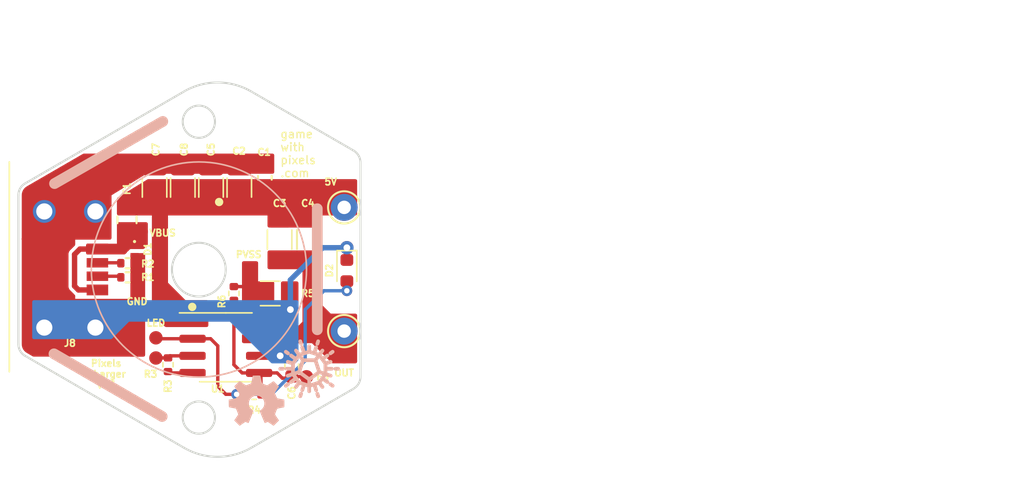
<source format=kicad_pcb>
(kicad_pcb (version 20211014) (generator pcbnew)
  (layers (0 "F.Cu" signal) (31 "B.Cu" signal) (34 "B.Paste" user) (35 "F.Paste" user) (36 "B.SilkS" user "B.Silkscreen") (37 "F.SilkS" user "F.Silkscreen") (38 "B.Mask" user) (39 "F.Mask" user) (44 "Edge.Cuts" user))
  (net 0 "")
  (net 1 "GND")
  (net 2 "VBUS")
  (net 3 "Net-(J8-PadA5)")
  (net 4 "Net-(J8-PadB5)")
  (net 5 "Net-(C3-Pad1)")
  (net 6 "+5V")
  (net 7 "Net-(C6-Pad2)")
  (net 8 "Net-(D2-Pad2)")
  (net 9 "Net-(R3-Pad1)")
  (net 10 "Net-(R3-Pad2)")
  (net 11 "GNDPWR")
  (footprint "Pixels-dice:USB-C-SMD_10P-P1.00-L6.8-W8.9" (layer "F.Cu") (at 140.3 101.52 180)
    (fp_text reference "J8" (at 0 -5.48) (layer "F.SilkS") (effects (font (size 0.5 0.5) (thickness 0.12))))
    (fp_text value "USB_C_Receptacle_USB2.0")
    (pad "A5" smd rect (at -2.05 0.5 270) (size 0.7 1.6) (layers "F.Cu" "F.Paste" "F.Mask") (net 3 "Net-(J8-PadA5)"))
    (pad "A9" smd rect (at -2.05 -1.52 270) (size 0.8 1.6) (layers "F.Cu" "F.Paste" "F.Mask") (net 2 "VBUS"))
    (pad "A12" smd rect (at -2.05 -2.75 270) (size 0.9 1.6) (layers "F.Cu" "F.Paste" "F.Mask") (net 1 "GND"))
    (pad "B5" smd rect (at -2.05 -0.5 270) (size 0.7 1.6) (layers "F.Cu" "F.Paste" "F.Mask") (net 4 "Net-(J8-PadB5)"))
    (pad "B9" smd rect (at -2.05 1.52 270) (size 0.8 1.6) (layers "F.Cu" "F.Paste" "F.Mask") (net 2 "VBUS"))
    (pad "B12" smd rect (at -2.05 2.75 270) (size 0.9 1.6) (layers "F.Cu" "F.Paste" "F.Mask") (net 1 "GND"))
    (pad "S1" thru_hole circle (at -1.9 4.32 180) (size 1.7 1.7) (drill 1.2) (layers *.Cu *.Mask) (net 1 "GND"))
    (pad "S1" thru_hole circle (at -1.9 -4.32 180) (size 1.7 1.7) (drill 1.2) (layers *.Cu *.Mask) (net 1 "GND"))
    (pad "S1" thru_hole circle (at 1.9 4.32 180) (size 1.7 1.7) (drill 1.2) (layers *.Cu *.Mask) (net 1 "GND"))
    (pad "S1" thru_hole circle (at 1.9 -4.32 180) (size 1.7 1.7) (drill 1.2) (layers *.Cu *.Mask) (net 1 "GND"))
  )
  (footprint "Resistor_SMD:R_0402_1005Metric" (layer "F.Cu") (at 144.6 101.05 180)
    (fp_text reference "R2" (at -1.5 -0.05 unlocked) (layer "F.SilkS") (effects (font (size 0.5 0.5) (thickness 0.12))))
    (fp_text value "5.1k 1%")
    (pad "1" smd roundrect locked (at -0.51 0 180) (size 0.54 0.64) (layers "F.Cu" "F.Paste" "F.Mask") (net 1 "GND"))
    (pad "2" smd roundrect locked (at 0.51 0 180) (size 0.54 0.64) (layers "F.Cu" "F.Paste" "F.Mask") (net 3 "Net-(J8-PadA5)"))
  )
  (footprint "TestPoint:TestPoint_THTPad_D2.0mm_Drill1.0mm" (layer "F.Cu") (at 160.7 96.9)
    (fp_text reference "J6" hide)
    (fp_text value "Coil B")
    (pad "1" thru_hole circle locked (at 0 0) (size 2 2) (drill 1) (layers *.Cu *.Mask) (net 6 "+5V"))
  )
  (footprint "TestPoint:TestPoint_THTPad_D2.0mm_Drill1.0mm" (layer "F.Cu") (at 160.7 106.1)
    (fp_text reference "J9" hide)
    (fp_text value "Coil A")
    (pad "1" thru_hole circle locked (at 0 0) (size 2 2) (drill 1) (layers *.Cu *.Mask) (net 5 "Net-(C3-Pad1)"))
  )
  (footprint "Capacitor_SMD:C_1206_3216Metric" (layer "F.Cu") (at 158.1 99.3 90)
    (fp_text reference "C4" (at 2.7 -0.1 180) (layer "F.SilkS") (effects (font (size 0.5 0.5) (thickness 0.12))))
    (fp_text value "56nF 50V NP0")
    (pad "1" smd roundrect (at -1.475 0 90) (size 1.15 1.8) (layers "F.Cu" "F.Paste" "F.Mask") (roundrect_rratio 0.2173913043) (net 5 "Net-(C3-Pad1)"))
    (pad "2" smd roundrect (at 1.475 0 90) (size 1.15 1.8) (layers "F.Cu" "F.Paste" "F.Mask") (roundrect_rratio 0.2173913043) (net 6 "+5V"))
  )
  (footprint "Capacitor_SMD:C_0603_1608Metric" (layer "F.Cu") (at 154.8 94.7 90)
    (fp_text reference "C1" (at 1.9 -0.05 unlocked) (layer "F.SilkS") (effects (font (size 0.5 0.5) (thickness 0.12))))
    (fp_text value "0.1uF 16V")
    (pad "1" smd roundrect (at -0.775 0 90) (size 0.9 0.95) (layers "F.Cu" "F.Paste" "F.Mask") (net 6 "+5V"))
    (pad "2" smd roundrect (at 0.775 0 90) (size 0.9 0.95) (layers "F.Cu" "F.Paste" "F.Mask") (net 1 "GND"))
  )
  (footprint "Capacitor_SMD:C_1206_3216Metric" (layer "F.Cu") (at 152.9 95.425 90)
    (fp_text reference "C2" (at 2.71 -0.02 unlocked) (layer "F.SilkS") (effects (font (size 0.5 0.5) (thickness 0.12))))
    (fp_text value "100uF 10V 20% X5R")
    (pad "1" smd roundrect (at -1.475 0 90) (size 1.15 1.8) (layers "F.Cu" "F.Paste" "F.Mask") (roundrect_rratio 0.2173913043) (net 6 "+5V"))
    (pad "2" smd roundrect (at 1.475 0 90) (size 1.15 1.8) (layers "F.Cu" "F.Paste" "F.Mask") (roundrect_rratio 0.2173913043) (net 1 "GND"))
  )
  (footprint "Resistor_SMD:R_0402_1005Metric" (layer "F.Cu") (at 154 110.8 180)
    (fp_text reference "R4" (at 0 -1.17) (layer "F.SilkS") (effects (font (size 0.5 0.5) (thickness 0.12))))
    (fp_text value "100k 5%")
    (pad "1" smd roundrect (at -0.51 0 180) (size 0.54 0.64) (layers "F.Cu" "F.Paste" "F.Mask") (net 7 "Net-(C6-Pad2)"))
    (pad "2" smd roundrect (at 0.51 0 180) (size 0.54 0.64) (layers "F.Cu" "F.Paste" "F.Mask") (net 8 "Net-(D2-Pad2)"))
  )
  (footprint "Resistor_SMD:R_1206_3216Metric" (layer "F.Cu") (at 155.2 103.3 180)
    (fp_text reference "R5" (at -2.8 0) (layer "F.SilkS") (effects (font (size 0.5 0.5) (thickness 0.12))))
    (fp_text value "0.3R")
    (pad "1" smd roundrect (at -1.4625 0 180) (size 1.125 1.75) (layers "F.Cu" "F.Paste" "F.Mask") (roundrect_rratio 0.2222222222) (net 1 "GND"))
    (pad "2" smd roundrect (at 1.4625 0 180) (size 1.125 1.75) (layers "F.Cu" "F.Paste" "F.Mask") (roundrect_rratio 0.2222222222) (net 11 "GNDPWR"))
  )
  (footprint "Resistor_SMD:R_0402_1005Metric" (layer "F.Cu") (at 144.6 102.1 180)
    (fp_text reference "R1" (at -1.5 0 unlocked) (layer "F.SilkS") (effects (font (size 0.5 0.5) (thickness 0.12))))
    (fp_text value "5.1k 1%")
    (pad "1" smd roundrect locked (at -0.51 0 180) (size 0.54 0.64) (layers "F.Cu" "F.Paste" "F.Mask") (net 1 "GND"))
    (pad "2" smd roundrect locked (at 0.51 0 180) (size 0.54 0.64) (layers "F.Cu" "F.Paste" "F.Mask") (net 4 "Net-(J8-PadB5)"))
  )
  (footprint "Pixels-dice:TEST_PIN" (layer "F.Cu") (at 145.6 98.7)
    (fp_text reference "W9" hide)
    (fp_text value "VBUS" (at 1.6 0.1) (layer "F.SilkS") (effects (font (size 0.5 0.5) (thickness 0.12))))
    (pad "1" smd circle locked (at 0 0) (size 1 1) (layers "F.Cu" "F.Mask") (net 2 "VBUS"))
  )
  (footprint "Pixels-dice:TEST_PIN" (layer "F.Cu") (at 146.7 108.1)
    (fp_text reference "W2" hide)
    (fp_text value "R3" (at -0.4 1.2) (layer "F.SilkS") (effects (font (size 0.5 0.5) (thickness 0.12))))
    (pad "1" smd circle (at 0 0) (size 1 1) (layers "F.Cu" "F.Mask") (net 10 "Net-(R3-Pad2)"))
  )
  (footprint "Pixels-dice:TEST_PIN" (layer "F.Cu") (at 157.9 109.5)
    (fp_text reference "W4" hide)
    (fp_text value "FB" (at 1.2 0) (layer "F.SilkS") (effects (font (size 0.5 0.5) (thickness 0.12))))
    (pad "1" smd circle (at 0 0) (size 1 1) (layers "F.Cu" "F.Mask") (net 7 "Net-(C6-Pad2)"))
  )
  (footprint "Resistor_SMD:R_0402_1005Metric" (layer "F.Cu") (at 147.6 108.6 90)
    (fp_text reference "R3" (at -1.6 0 90) (layer "F.SilkS") (effects (font (size 0.5 0.5) (thickness 0.12))))
    (fp_text value "220k 1%")
    (pad "1" smd roundrect (at -0.51 0 90) (size 0.54 0.64) (layers "F.Cu" "F.Paste" "F.Mask") (net 9 "Net-(R3-Pad1)"))
    (pad "2" smd roundrect (at 0.51 0 90) (size 0.54 0.64) (layers "F.Cu" "F.Paste" "F.Mask") (net 10 "Net-(R3-Pad2)"))
  )
  (footprint "Pixels-dice:DFN" (layer "F.Cu") (at 145.11 100.14 -90)
    (fp_text reference "D1" (at -0.14 -0.99 90) (layer "F.SilkS") (effects (font (size 0.5 0.5) (thickness 0.12))))
    (fp_text value "D_TVS")
    (pad "1" smd rect (at -0.325 0 270) (size 0.35 0.6) (layers "F.Cu" "F.Paste" "F.Mask") (net 2 "VBUS"))
    (pad "2" smd rect (at 0.325 0 270) (size 0.35 0.6) (layers "F.Cu" "F.Paste" "F.Mask") (net 1 "GND"))
  )
  (footprint "Pixels-dice:TEST_PIN" (layer "F.Cu") (at 160.7 108)
    (fp_text reference "W6" hide)
    (fp_text value "OUT" (at 0 1.2) (layer "F.SilkS") (effects (font (size 0.5 0.5) (thickness 0.12))))
    (pad "1" smd circle (at 0 0) (size 1 1) (layers "F.Cu" "F.Mask") (net 5 "Net-(C3-Pad1)"))
  )
  (footprint "Pixels-dice:SOIC-8_3.9x4.9mm_P1.27mm" (layer "F.Cu") (at 151.9 107.305 -90)
    (fp_text reference "U1" (at 3.095 0.6) (layer "F.SilkS") (effects (font (size 0.5 0.5) (thickness 0.12))))
    (fp_text value "XKT520")
    (pad "1" smd roundrect (at -1.905 2.475) (size 1.95 0.6) (layers "F.Cu" "F.Paste" "F.Mask") (net 6 "+5V"))
    (pad "2" smd roundrect (at -0.635 2.475) (size 1.95 0.6) (layers "F.Cu" "F.Paste" "F.Mask") (net 8 "Net-(D2-Pad2)"))
    (pad "3" smd roundrect (at 0.635 2.475) (size 1.95 0.6) (layers "F.Cu" "F.Paste" "F.Mask") (net 10 "Net-(R3-Pad2)"))
    (pad "4" smd roundrect (at 1.905 2.475) (size 1.95 0.6) (layers "F.Cu" "F.Paste" "F.Mask") (net 9 "Net-(R3-Pad1)"))
    (pad "5" smd roundrect (at 1.905 -2.475) (size 1.95 0.6) (layers "F.Cu" "F.Paste" "F.Mask") (net 7 "Net-(C6-Pad2)"))
    (pad "6" smd roundrect (at 0.635 -2.475) (size 1.95 0.6) (layers "F.Cu" "F.Paste" "F.Mask") (net 1 "GND"))
    (pad "7" smd roundrect (at -0.635 -2.475) (size 1.95 0.6) (layers "F.Cu" "F.Paste" "F.Mask") (net 5 "Net-(C3-Pad1)"))
    (pad "8" smd roundrect (at -1.905 -2.475) (size 1.95 0.6) (layers "F.Cu" "F.Paste" "F.Mask") (net 11 "GNDPWR"))
  )
  (footprint "LED_SMD:LED_0603_1608Metric" (layer "F.Cu") (at 160.9 101.6 -90)
    (fp_text reference "D2" (at 0 1.3 90) (layer "F.SilkS") (effects (font (size 0.5 0.5) (thickness 0.12))))
    (fp_text value "LED")
    (pad "1" smd roundrect (at -0.7875 0 270) (size 0.875 0.95) (layers "F.Cu" "F.Paste" "F.Mask") (net 1 "GND"))
    (pad "2" smd roundrect (at 0.7875 0 270) (size 0.875 0.95) (layers "F.Cu" "F.Paste" "F.Mask") (net 8 "Net-(D2-Pad2)"))
  )
  (footprint "Pixels-dice:TEST_PIN" (layer "F.Cu") (at 153.7 101.65)
    (fp_text reference "W7" hide)
    (fp_text value "PVSS" (at -0.1 -1.25) (layer "F.SilkS") (effects (font (size 0.5 0.5) (thickness 0.12))))
    (pad "1" smd circle (at 0 0) (size 1 1) (layers "F.Cu" "F.Mask") (net 11 "GNDPWR"))
  )
  (footprint "Capacitor_SMD:C_0603_1608Metric" (layer "F.Cu") (at 156.8 108.7 -90)
    (fp_text reference "C6" (at 2 0 90) (layer "F.SilkS") (effects (font (size 0.5 0.5) (thickness 0.12))))
    (fp_text value "0.1uF 16V")
    (pad "1" smd roundrect (at -0.775 0 270) (size 0.9 0.95) (layers "F.Cu" "F.Paste" "F.Mask") (net 1 "GND"))
    (pad "2" smd roundrect (at 0.775 0 270) (size 0.9 0.95) (layers "F.Cu" "F.Paste" "F.Mask") (net 7 "Net-(C6-Pad2)"))
  )
  (footprint "Pixels-dice:TEST_PIN" (layer "F.Cu") (at 145.25 104.95)
    (fp_text reference "W5" hide)
    (fp_text value "GND" (at 0.05 -1.05) (layer "F.SilkS") (effects (font (size 0.5 0.5) (thickness 0.12))))
    (pad "1" smd circle locked (at 0 0) (size 1 1) (layers "F.Cu" "F.Mask") (net 1 "GND"))
  )
  (footprint "Capacitor_SMD:C_1206_3216Metric" (layer "F.Cu") (at 148.7 95.425 90)
    (fp_text reference "C8" (at 2.825 0.1 90) (layer "F.SilkS") (effects (font (size 0.5 0.5) (thickness 0.12))))
    (fp_text value "100uF 10V 20% X5R")
    (pad "1" smd roundrect (at -1.475 0 90) (size 1.15 1.8) (layers "F.Cu" "F.Paste" "F.Mask") (roundrect_rratio 0.2173913043) (net 6 "+5V"))
    (pad "2" smd roundrect (at 1.475 0 90) (size 1.15 1.8) (layers "F.Cu" "F.Paste" "F.Mask") (roundrect_rratio 0.2173913043) (net 1 "GND"))
  )
  (footprint "Capacitor_SMD:C_1206_3216Metric" (layer "F.Cu") (at 146.6 95.425 90)
    (fp_text reference "C7" (at 2.825 0.1 90) (layer "F.SilkS") (effects (font (size 0.5 0.5) (thickness 0.12))))
    (fp_text value "100uF 10V 20% X5R")
    (pad "1" smd roundrect (at -1.475 0 90) (size 1.15 1.8) (layers "F.Cu" "F.Paste" "F.Mask") (roundrect_rratio 0.2173913043) (net 6 "+5V"))
    (pad "2" smd roundrect (at 1.475 0 90) (size 1.15 1.8) (layers "F.Cu" "F.Paste" "F.Mask") (roundrect_rratio 0.2173913043) (net 1 "GND"))
  )
  (footprint "Fuse:Fuse_0805_2012Metric" (layer "F.Cu") (at 144.55 97.82 90)
    (fp_text reference "F1" (at 2.3 0 90) (layer "F.SilkS") (effects (font (size 0.5 0.5) (thickness 0.12))))
    (fp_text value "250mA 150mR")
    (pad "1" smd roundrect (at -0.9375 0 90) (size 0.975 1.4) (layers "F.Cu" "F.Paste" "F.Mask") (net 2 "VBUS"))
    (pad "2" smd roundrect (at 0.9375 0 90) (size 0.975 1.4) (layers "F.Cu" "F.Paste" "F.Mask") (net 6 "+5V"))
  )
  (footprint "Pixels-dice:TEST_PIN" (layer "F.Cu") (at 158.6 95.5)
    (fp_text reference "W1" hide)
    (fp_text value "5V" (at 1.1 -0.5) (layer "F.SilkS") (effects (font (size 0.5 0.5) (thickness 0.12))))
    (pad "1" smd circle locked (at 0 0) (size 1 1) (layers "F.Cu" "F.Mask") (net 6 "+5V"))
  )
  (footprint "Resistor_SMD:R_0402_1005Metric" (layer "F.Cu") (at 152.5 103.3 90)
    (fp_text reference "R6" (at -0.6 -0.9 90) (layer "F.SilkS") (effects (font (size 0.5 0.5) (thickness 0.12))))
    (fp_text value "1k 5%")
    (pad "1" smd roundrect (at -0.51 0 90) (size 0.54 0.64) (layers "F.Cu" "F.Paste" "F.Mask") (net 7 "Net-(C6-Pad2)"))
    (pad "2" smd roundrect (at 0.51 0 90) (size 0.54 0.64) (layers "F.Cu" "F.Paste" "F.Mask") (net 11 "GNDPWR"))
  )
  (footprint "Capacitor_SMD:C_1206_3216Metric" (layer "F.Cu") (at 150.8 95.425 90)
    (fp_text reference "C5" (at 2.825 0 90) (layer "F.SilkS") (effects (font (size 0.5 0.5) (thickness 0.12))))
    (fp_text value "100uF 10V 20% X5R")
    (pad "1" smd roundrect (at -1.475 0 90) (size 1.15 1.8) (layers "F.Cu" "F.Paste" "F.Mask") (roundrect_rratio 0.2173913043) (net 6 "+5V"))
    (pad "2" smd roundrect (at 1.475 0 90) (size 1.15 1.8) (layers "F.Cu" "F.Paste" "F.Mask") (roundrect_rratio 0.2173913043) (net 1 "GND"))
  )
  (footprint "Capacitor_SMD:C_1206_3216Metric" (layer "F.Cu") (at 155.9 99.3 90)
    (fp_text reference "C3" (at 2.7 0 180) (layer "F.SilkS") (effects (font (size 0.5 0.5) (thickness 0.12))))
    (fp_text value "100nF 50V NP0")
    (pad "1" smd roundrect (at -1.475 0 90) (size 1.15 1.8) (layers "F.Cu" "F.Paste" "F.Mask") (roundrect_rratio 0.2173913043) (net 5 "Net-(C3-Pad1)"))
    (pad "2" smd roundrect (at 1.475 0 90) (size 1.15 1.8) (layers "F.Cu" "F.Paste" "F.Mask") (roundrect_rratio 0.2173913043) (net 6 "+5V"))
  )
  (footprint "Pixels-dice:TEST_PIN" (layer "F.Cu") (at 146.7 106.6)
    (fp_text reference "W3" hide)
    (fp_text value "LED" (at 0 -1.1) (layer "F.SilkS") (effects (font (size 0.5 0.5) (thickness 0.12))))
    (pad "1" smd circle (at 0 0) (size 1 1) (layers "F.Cu" "F.Mask") (net 8 "Net-(D2-Pad2)"))
  )
  (footprint "LOGO" (layer "B.Cu") (at 158.1 108.9 180)
    (fp_text reference "G***" hide)
    (fp_text value "LOGO" hide)
  )
  (footprint "LOGO" (layer "B.Cu") (at 154.2 111.3 180)
    (fp_text reference "G***" hide)
    (fp_text value "LOGO" hide)
  )
  (footprint "Pixels-dice:TX Coil" (layer "B.Cu") (at 149.9 101.5 -90)
    (fp_text reference "J1" hide)
    (fp_text value "TX_Coil")
  )
  (gr_line (start 139.12 107.79) (end 147.165 112.45) (layer "B.SilkS") (width 0.8))
  (gr_line (start 158.7 97) (end 158.7 106) (layer "B.SilkS") (width 0.8))
  (gr_line (start 139.16 95.13) (end 147.21 90.51) (layer "B.SilkS") (width 0.8))
  (gr_circle (center 149.9 101.52) (end 157.9 101.52) (layer "B.SilkS") (width 0.12) (fill none))
  (gr_circle (center 149.4 104.3) (end 149.65 104.3) (layer "F.SilkS") (width 0.12) (fill solid))
  (gr_circle (center 151.4 96.5) (end 151.65 96.5) (layer "F.SilkS") (width 0.12) (fill solid))
  (gr_circle (center 149.892726 90.53) (end 151.092726 90.53) (layer "Edge.Cuts") (width 0.15) (fill none))
  (gr_line (start 136.971498 95.12033) (end 148.786031 88.284754) (layer "Edge.Cuts") (width 0.15))
  (gr_circle (center 149.892726 101.53) (end 151.892726 101.53) (layer "Edge.Cuts") (width 0.15) (fill none))
  (gr_line (start 153.790162 114.777446) (end 161.389318 110.389693) (layer "Edge.Cuts") (width 0.15))
  (gr_arc (start 136.971498 107.939671) (mid 136.606038 107.573707) (end 136.472292 107.074104) (layer "Edge.Cuts") (width 0.15))
  (gr_arc (start 161.389318 92.670307) (mid 161.773595 93.054606) (end 161.914249 93.579554) (layer "Edge.Cuts") (width 0.15))
  (gr_arc (start 136.472292 95.985901) (mid 136.606037 95.486296) (end 136.971498 95.12033) (layer "Edge.Cuts") (width 0.15))
  (gr_line (start 161.914249 93.579554) (end 161.914249 109.480446) (layer "Edge.Cuts") (width 0.15))
  (gr_circle (center 149.892726 112.53) (end 151.092726 112.53) (layer "Edge.Cuts") (width 0.15) (fill none))
  (gr_line (start 148.786031 114.775246) (end 136.971498 107.939671) (layer "Edge.Cuts") (width 0.15))
  (gr_arc (start 153.790162 114.777446) (mid 151.287802 115.447412) (end 148.786031 114.775246) (layer "Edge.Cuts") (width 0.15))
  (gr_line (start 161.389318 92.670307) (end 153.790162 88.282554) (layer "Edge.Cuts") (width 0.15))
  (gr_arc (start 148.786031 88.284754) (mid 151.287802 87.612588) (end 153.790162 88.282554) (layer "Edge.Cuts") (width 0.15))
  (gr_arc (start 161.914249 109.480446) (mid 161.773595 110.005394) (end 161.389318 110.389693) (layer "Edge.Cuts") (width 0.15))
  (gr_line (start 136.472292 107.074104) (end 136.472292 95.985896) (layer "Edge.Cuts") (width 0.15))
  (gr_text "game\nwith\npixels\n.com" (at 155.9 92.9) (layer "F.SilkS") (effects (font (size 0.6 0.6) (thickness 0.1)) (justify left)))
  (gr_text "Pixels\nCharger\nV15" (at 143 109.3) (layer "F.SilkS") (effects (font (size 0.5 0.5) (thickness 0.12))))
  (segment (start 142.35 97.35) (end 142.2 97.2) (width 0.4) (layer "F.Cu") (net 1))
  (segment (start 154.375 107.94) (end 155.94 107.94) (width 0.4) (layer "F.Cu") (net 1))
  (segment (start 142.35 105.69) (end 142.2 105.84) (width 0.5) (layer "F.Cu") (net 1))
  (segment (start 142.2 97.2) (end 138.4 97.2) (width 0.5) (layer "F.Cu") (net 1))
  (segment (start 156.6625 104.4625) (end 156.7 104.5) (width 0.4) (layer "F.Cu") (net 1))
  (segment (start 142.35 104.27) (end 142.35 105.69) (width 0.5) (layer "F.Cu") (net 1))
  (segment (start 156.785 107.94) (end 156.8 107.925) (width 0.4) (layer "F.Cu") (net 1))
  (segment (start 160.9 100.8125) (end 160.9 99.9) (width 0.4) (layer "F.Cu") (net 1))
  (segment (start 138.4 97.2) (end 138.4 105.84) (width 0.5) (layer "F.Cu") (net 1))
  (segment (start 142.35 98.77) (end 142.35 97.35) (width 0.5) (layer "F.Cu") (net 1))
  (segment (start 138.4 105.84) (end 142.2 105.84) (width 0.5) (layer "F.Cu") (net 1))
  (segment (start 156.6625 103.3) (end 156.6625 104.4625) (width 0.4) (layer "F.Cu") (net 1))
  (segment (start 155.94 107.94) (end 156.785 107.94) (width 0.4) (layer "F.Cu") (net 1))
  (via (at 155.94 107.94) (size 1) (drill 0.5) (layers "F.Cu" "B.Cu") (net 1))
  (via (at 156.7 104.5) (size 1) (drill 0.5) (layers "F.Cu" "B.Cu") (net 1))
  (via (at 160.9 99.9) (size 1) (drill 0.5) (layers "F.Cu" "B.Cu") (net 1))
  (segment (start 160.9 99.9) (end 159.1 99.9) (width 0.4) (layer "B.Cu") (net 1))
  (segment (start 156.5 105.7) (end 155.94 106.26) (width 0.4) (layer "B.Cu") (net 1))
  (segment (start 159.1 99.9) (end 156.7 102.3) (width 0.4) (layer "B.Cu") (net 1))
  (segment (start 143.54 104.5) (end 142.2 105.84) (width 0.4) (layer "B.Cu") (net 1))
  (segment (start 155.94 106.26) (end 155.94 107.94) (width 0.4) (layer "B.Cu") (net 1))
  (segment (start 156.7 104.5) (end 143.54 104.5) (width 0.4) (layer "B.Cu") (net 1))
  (segment (start 156.7 102.3) (end 156.7 104.5) (width 0.4) (layer "B.Cu") (net 1))
  (segment (start 156.7 105.5) (end 156.5 105.7) (width 0.4) (layer "B.Cu") (net 1))
  (segment (start 156.7 104.5) (end 156.7 105.5) (width 0.4) (layer "B.Cu") (net 1))
  (segment (start 140.65 102.75) (end 140.94 103.04) (width 0.4) (layer "F.Cu") (net 2))
  (segment (start 144.55 99.95) (end 144.5 100) (width 0.4) (layer "F.Cu") (net 2))
  (segment (start 142.35 100) (end 141.05 100) (width 0.4) (layer "F.Cu") (net 2))
  (segment (start 141.05 100) (end 140.65 100.4) (width 0.4) (layer "F.Cu") (net 2))
  (segment (start 140.65 100.4) (end 140.65 102.75) (width 0.4) (layer "F.Cu") (net 2))
  (segment (start 140.94 103.04) (end 142.35 103.04) (width 0.4) (layer "F.Cu") (net 2))
  (segment (start 144.5 100) (end 142.35 100) (width 0.4) (layer "F.Cu") (net 2))
  (segment (start 144.55 98.7575) (end 144.55 99.95) (width 0.4) (layer "F.Cu") (net 2))
  (segment (start 144.06 101.02) (end 144.09 101.05) (width 0.25) (layer "F.Cu") (net 3))
  (segment (start 142.35 101.02) (end 144.06 101.02) (width 0.25) (layer "F.Cu") (net 3))
  (segment (start 144.01 102.02) (end 144.09 102.1) (width 0.25) (layer "F.Cu") (net 4))
  (segment (start 142.35 102.02) (end 144.01 102.02) (width 0.25) (layer "F.Cu") (net 4))
  (segment (start 156.93 106.67) (end 158.1 105.5) (width 0.25) (layer "F.Cu") (net 5))
  (segment (start 158.1 105.5) (end 158.7 106.1) (width 0.25) (layer "F.Cu") (net 5))
  (segment (start 158.1 105.5) (end 158.1 100.775) (width 0.25) (layer "F.Cu") (net 5))
  (segment (start 158.7 106.1) (end 160.7 106.1) (width 0.25) (layer "F.Cu") (net 5))
  (segment (start 154.375 106.67) (end 156.93 106.67) (width 0.25) (layer "F.Cu") (net 5))
  (segment (start 155.9 100.775) (end 158.1 100.775) (width 0.25) (layer "F.Cu") (net 5))
  (segment (start 156.1 109.6) (end 156.675 109.6) (width 0.25) (layer "F.Cu") (net 7))
  (segment (start 154.51 110.8) (end 154.51 109.345) (width 0.25) (layer "F.Cu") (net 7))
  (segment (start 154.375 109.21) (end 155.71 109.21) (width 0.25) (layer "F.Cu") (net 7))
  (segment (start 154.51 109.345) (end 154.375 109.21) (width 0.25) (layer "F.Cu") (net 7))
  (segment (start 155.71 109.21) (end 156.1 109.6) (width 0.25) (layer "F.Cu") (net 7))
  (segment (start 153.11 109.21) (end 154.375 109.21) (width 0.25) (layer "F.Cu") (net 7))
  (segment (start 152.5 108.6) (end 153.11 109.21) (width 0.25) (layer "F.Cu") (net 7))
  (segment (start 157.9 109.5) (end 156.8 109.475) (width 0.25) (layer "F.Cu") (net 7))
  (segment (start 156.675 109.6) (end 156.8 109.475) (width 0.25) (layer "F.Cu") (net 7))
  (segment (start 152.5 103.81) (end 152.5 108.6) (width 0.25) (layer "F.Cu") (net 7))
  (segment (start 151.3 107.2) (end 151.3 110.2) (width 0.25) (layer "F.Cu") (net 8))
  (segment (start 151.9 110.8) (end 152.7 110.8) (width 0.25) (layer "F.Cu") (net 8))
  (segment (start 149.425 106.67) (end 146.77 106.67) (width 0.25) (layer "F.Cu") (net 8))
  (segment (start 160.9 102.3875) (end 160.9 103.1) (width 0.25) (layer "F.Cu") (net 8))
  (segment (start 152.7 110.8) (end 153.49 110.8) (width 0.25) (layer "F.Cu") (net 8))
  (segment (start 150.77 106.67) (end 151.3 107.2) (width 0.25) (layer "F.Cu") (net 8))
  (segment (start 146.77 106.67) (end 146.7 106.6) (width 0.25) (layer "F.Cu") (net 8))
  (segment (start 149.425 106.67) (end 150.77 106.67) (width 0.25) (layer "F.Cu") (net 8))
  (segment (start 151.3 110.2) (end 151.9 110.8) (width 0.25) (layer "F.Cu") (net 8))
  (via (at 152.7 110.8) (size 0.8) (drill 0.4) (layers "F.Cu" "B.Cu") (net 8))
  (via (at 160.9 103.1) (size 0.8) (drill 0.4) (layers "F.Cu" "B.Cu") (net 8))
  (segment (start 157.8 104.5) (end 157.8 108.3) (width 0.25) (layer "B.Cu") (net 8))
  (segment (start 159.2 103.1) (end 157.8 104.5) (width 0.25) (layer "B.Cu") (net 8))
  (segment (start 155.3 110.8) (end 152.7 110.8) (width 0.25) (layer "B.Cu") (net 8))
  (segment (start 160.9 103.1) (end 159.2 103.1) (width 0.25) (layer "B.Cu") (net 8))
  (segment (start 157.8 108.3) (end 155.3 110.8) (width 0.25) (layer "B.Cu") (net 8))
  (segment (start 149.425 109.21) (end 147.7 109.21) (width 0.25) (layer "F.Cu") (net 9))
  (segment (start 147.7 109.21) (end 147.6 109.11) (width 0.25) (layer "F.Cu") (net 9))
  (segment (start 147.75 107.94) (end 147.6 108.09) (width 0.25) (layer "F.Cu") (net 10))
  (segment (start 147.6 108.09) (end 146.7 108.1) (width 0.25) (layer "F.Cu") (net 10))
  (segment (start 149.425 107.94) (end 147.75 107.94) (width 0.25) (layer "F.Cu") (net 10))
  (segment (start 152.5 102.79) (end 153.2275 102.79) (width 0.25) (layer "F.Cu") (net 11))
  (segment (start 153.7375 104.4375) (end 153.7375 103.3) (width 0.25) (layer "F.Cu") (net 11))
  (segment (start 153.2275 102.79) (end 153.7375 103.3) (width 0.25) (layer "F.Cu") (net 11))
  (segment (start 154.375 105.075) (end 153.7375 104.4375) (width 0.25) (layer "F.Cu") (net 11))
  (segment (start 154.375 105.4) (end 154.375 105.075) (width 0.25) (layer "F.Cu") (net 11))
  (zone (net 1) (net_name "GND") (layer "F.Cu") (connect_pads yes (clearance 0.25)) (min_thickness 0.254) (fill yes (thermal_gap 0.508) (thermal_bridge_width 0.508))
    (polygon (pts (xy 145.9 108) (xy 144.8 108) (xy 144.8 100.3) (xy 145.9 100.3)))
  )
  (zone (net 5) (net_name "Net-(C3-Pad1)") (layer "F.Cu") (connect_pads yes (clearance 0.25)) (min_thickness 0.254) (fill yes (thermal_gap 0.508) (thermal_bridge_width 0.508))
    (polygon (pts (xy 159.1 104.2) (xy 159.7 104.8) (xy 161.9 104.8) (xy 161.9 108.5) (xy 159.8 108.5) (xy 158.3 107) (xy 153.1 107) (xy 153.1 106.3) (xy 156.7 106.3) (xy 157.6 105.4) (xy 157.6 101.5) (xy 155 101.5) (xy 155 100.1) (xy 159.1 100.1)))
  )
  (zone (net 11) (net_name "GNDPWR") (layer "F.Cu") (connect_pads yes (clearance 0.25)) (min_thickness 0.254) (fill yes (thermal_gap 0.508) (thermal_bridge_width 0.508))
    (polygon (pts (xy 155.5 105.7) (xy 153.1 105.7) (xy 153.1 100.9) (xy 154.3 100.9) (xy 154.3 102.4) (xy 155.5 102.4)))
  )
  (zone (net 1) (net_name "GND") (layer "F.Cu") (connect_pads yes (clearance 0.25)) (min_thickness 0.254) (fill yes (thermal_gap 0.508) (thermal_bridge_width 0.508))
    (polygon (pts (xy 157.3 105) (xy 156 105) (xy 156 102.4) (xy 157.3 102.4)))
  )
  (zone (net 1) (net_name "GND") (layer "F.Cu") (connect_pads yes (clearance 0.25)) (min_thickness 0.254) (fill yes (thermal_gap 0.508) (thermal_bridge_width 0.508))
    (polygon (pts (xy 155.5 92.9) (xy 155.5 94.4) (xy 146 94.4) (xy 143.4 96) (xy 143.4 99.3) (xy 136.5 99.3) (xy 136.5 95.2) (xy 140.4 92.9)))
  )
  (zone (net 6) (net_name "+5V") (layer "F.Cu") (connect_pads yes (clearance 0.25)) (min_thickness 0.254) (fill yes (thermal_gap 0.508) (thermal_bridge_width 0.508))
    (polygon (pts (xy 147.6 102.5) (xy 148.9 103.8) (xy 150.6 103.8) (xy 150.6 105.8) (xy 147.4 105.8) (xy 146.4 104.8) (xy 146.4 97.4) (xy 147.6 97.4)))
  )
  (zone (net 2) (net_name "VBUS") (layer "F.Cu") (connect_pads yes (clearance 0.25)) (min_thickness 0.254) (fill yes (thermal_gap 0.508) (thermal_bridge_width 0.508))
    (polygon (pts (xy 146.1 99.7) (xy 145.8 100) (xy 144.8 100) (xy 144.4 100.4) (xy 141.5 100.4) (xy 141.5 99.6) (xy 143.8 99.6) (xy 143.8 98) (xy 146.1 98)))
  )
  (zone (net 6) (net_name "+5V") (layer "F.Cu") (connect_pads yes (clearance 0.25)) (min_thickness 0.254) (fill yes (thermal_gap 0.508) (thermal_bridge_width 0.508))
    (polygon (pts (xy 159 98.4) (xy 155 98.4) (xy 155 97) (xy 159 97)))
  )
  (zone (net 1) (net_name "GND") (layer "F.Cu") (connect_pads yes (clearance 0.25)) (min_thickness 0.254) (fill yes (thermal_gap 0.508) (thermal_bridge_width 0.508))
    (polygon (pts (xy 140.7 103.8) (xy 136.5 103.8) (xy 136.5 99.2) (xy 140.7 99.2)))
  )
  (zone (net 1) (net_name "GND") (layer "F.Cu") (connect_pads yes (clearance 0.25)) (min_thickness 0.254) (fill yes (thermal_gap 0.508) (thermal_bridge_width 0.508))
    (polygon (pts (xy 145.85 108) (xy 136.45 108) (xy 136.45 103.7) (xy 145.85 103.7)))
  )
  (zone (net 6) (net_name "+5V") (layer "F.Cu") (connect_pads yes (clearance 0.25)) (min_thickness 0.254) (fill yes (thermal_gap 0.508) (thermal_bridge_width 0.508))
    (polygon (pts (xy 161.95 97.5) (xy 143.8 97.5) (xy 143.8 96.2) (xy 146.1 94.8) (xy 161.95 94.8)))
  )
  (zone (net 1) (net_name "GND") (layer "B.Cu") (connect_pads yes (clearance 0.25)) (min_thickness 0.254) (fill yes (thermal_gap 0.508) (thermal_bridge_width 0.508))
    (polygon (pts (xy 157.3 108.5) (xy 155.3 108.5) (xy 152.2 105.4) (xy 144.7 105.4) (xy 143.4 106.7) (xy 137.5 106.7) (xy 137.5 103.8) (xy 157.3 103.8)))
  )
)
</source>
